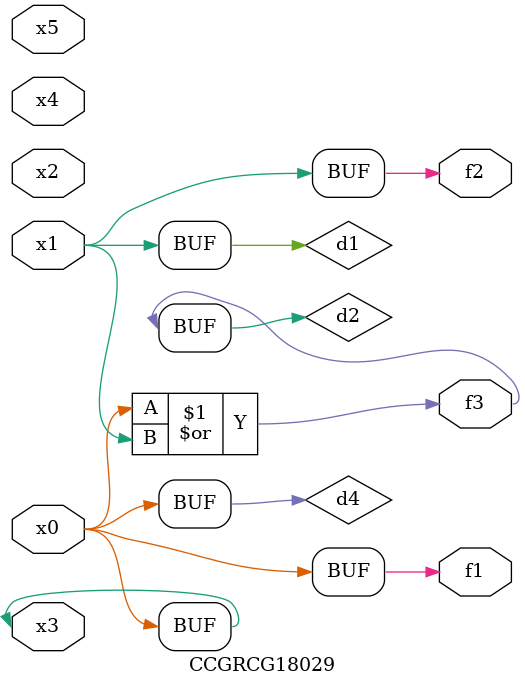
<source format=v>
module CCGRCG18029(
	input x0, x1, x2, x3, x4, x5,
	output f1, f2, f3
);

	wire d1, d2, d3, d4;

	and (d1, x1);
	or (d2, x0, x1);
	nand (d3, x0, x5);
	buf (d4, x0, x3);
	assign f1 = d4;
	assign f2 = d1;
	assign f3 = d2;
endmodule

</source>
